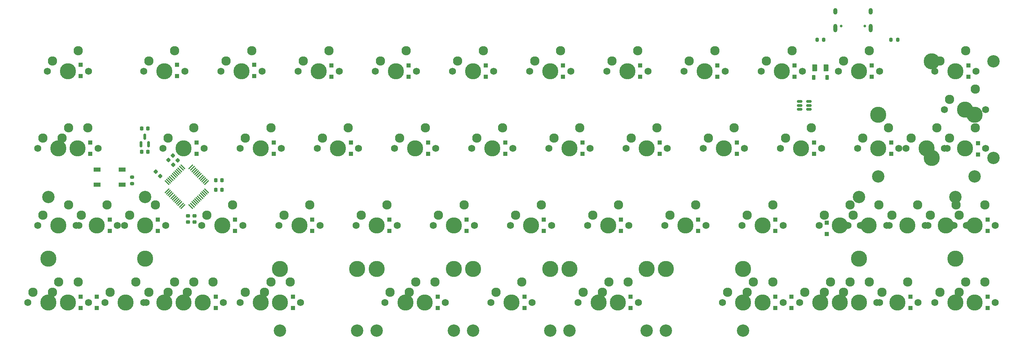
<source format=gbr>
%TF.GenerationSoftware,KiCad,Pcbnew,8.0.8*%
%TF.CreationDate,2025-02-11T12:31:48+01:00*%
%TF.ProjectId,forti rev 3,666f7274-6920-4726-9576-20332e6b6963,rev?*%
%TF.SameCoordinates,Original*%
%TF.FileFunction,Soldermask,Bot*%
%TF.FilePolarity,Negative*%
%FSLAX46Y46*%
G04 Gerber Fmt 4.6, Leading zero omitted, Abs format (unit mm)*
G04 Created by KiCad (PCBNEW 8.0.8) date 2025-02-11 12:31:48*
%MOMM*%
%LPD*%
G01*
G04 APERTURE LIST*
G04 Aperture macros list*
%AMRoundRect*
0 Rectangle with rounded corners*
0 $1 Rounding radius*
0 $2 $3 $4 $5 $6 $7 $8 $9 X,Y pos of 4 corners*
0 Add a 4 corners polygon primitive as box body*
4,1,4,$2,$3,$4,$5,$6,$7,$8,$9,$2,$3,0*
0 Add four circle primitives for the rounded corners*
1,1,$1+$1,$2,$3*
1,1,$1+$1,$4,$5*
1,1,$1+$1,$6,$7*
1,1,$1+$1,$8,$9*
0 Add four rect primitives between the rounded corners*
20,1,$1+$1,$2,$3,$4,$5,0*
20,1,$1+$1,$4,$5,$6,$7,0*
20,1,$1+$1,$6,$7,$8,$9,0*
20,1,$1+$1,$8,$9,$2,$3,0*%
G04 Aperture macros list end*
%ADD10C,3.987800*%
%ADD11C,3.048000*%
%ADD12C,0.650000*%
%ADD13O,1.000000X2.100000*%
%ADD14O,1.000000X1.600000*%
%ADD15C,1.750000*%
%ADD16C,2.300000*%
%ADD17RoundRect,0.250000X0.300000X-0.300000X0.300000X0.300000X-0.300000X0.300000X-0.300000X-0.300000X0*%
%ADD18RoundRect,0.200000X-0.200000X-0.275000X0.200000X-0.275000X0.200000X0.275000X-0.200000X0.275000X0*%
%ADD19RoundRect,0.200000X0.200000X0.275000X-0.200000X0.275000X-0.200000X-0.275000X0.200000X-0.275000X0*%
%ADD20R,1.800000X1.100000*%
%ADD21RoundRect,0.225000X-0.250000X0.225000X-0.250000X-0.225000X0.250000X-0.225000X0.250000X0.225000X0*%
%ADD22RoundRect,0.225000X0.335876X0.017678X0.017678X0.335876X-0.335876X-0.017678X-0.017678X-0.335876X0*%
%ADD23RoundRect,0.225000X0.225000X0.375000X-0.225000X0.375000X-0.225000X-0.375000X0.225000X-0.375000X0*%
%ADD24RoundRect,0.225000X-0.225000X-0.250000X0.225000X-0.250000X0.225000X0.250000X-0.225000X0.250000X0*%
%ADD25RoundRect,0.070000X0.521491X-0.422496X-0.422496X0.521491X-0.521491X0.422496X0.422496X-0.521491X0*%
%ADD26RoundRect,0.070000X0.521491X0.422496X0.422496X0.521491X-0.521491X-0.422496X-0.422496X-0.521491X0*%
%ADD27RoundRect,0.150000X0.150000X-0.587500X0.150000X0.587500X-0.150000X0.587500X-0.150000X-0.587500X0*%
%ADD28RoundRect,0.150000X-0.512500X-0.150000X0.512500X-0.150000X0.512500X0.150000X-0.512500X0.150000X0*%
%ADD29RoundRect,0.225000X0.225000X0.250000X-0.225000X0.250000X-0.225000X-0.250000X0.225000X-0.250000X0*%
%ADD30RoundRect,0.200000X0.275000X-0.200000X0.275000X0.200000X-0.275000X0.200000X-0.275000X-0.200000X0*%
%ADD31RoundRect,0.225000X0.017678X-0.335876X0.335876X-0.017678X-0.017678X0.335876X-0.335876X0.017678X0*%
%ADD32RoundRect,0.250000X-0.375000X-0.625000X0.375000X-0.625000X0.375000X0.625000X-0.375000X0.625000X0*%
G04 APERTURE END LIST*
D10*
%TO.C,ISO1*%
X253682500Y-38893750D03*
X253682500Y-62706250D03*
D11*
X268922500Y-38893750D03*
X268922500Y-62706250D03*
%TD*%
D12*
%TO.C,J1*%
X237159115Y-30137500D03*
X231379115Y-30137500D03*
D13*
X238589115Y-30667500D03*
D14*
X238589115Y-26487500D03*
D13*
X229949115Y-30667500D03*
D14*
X229949115Y-26487500D03*
%TD*%
D15*
%TO.C,MX51*%
X225901250Y-98425000D03*
D10*
X230981250Y-98425000D03*
D15*
X236061250Y-98425000D03*
D16*
X227171250Y-95885000D03*
X233521250Y-93345000D03*
%TD*%
D15*
%TO.C,MX23*%
X235426250Y-60325000D03*
D10*
X240506250Y-60325000D03*
D15*
X245586250Y-60325000D03*
D16*
X236696250Y-57785000D03*
X243046250Y-55245000D03*
%TD*%
D15*
%TO.C,MX55*%
X254476250Y-98425000D03*
D10*
X259556250Y-98425000D03*
D15*
X264636250Y-98425000D03*
D16*
X255746250Y-95885000D03*
X262096250Y-93345000D03*
%TD*%
D15*
%TO.C,MX43*%
X68738750Y-98425000D03*
D10*
X73818750Y-98425000D03*
D15*
X78898750Y-98425000D03*
D16*
X70008750Y-95885000D03*
X76358750Y-93345000D03*
%TD*%
D15*
%TO.C,MXshift2.1*%
X42545000Y-79375000D03*
D10*
X47625000Y-79375000D03*
D15*
X52705000Y-79375000D03*
D16*
X43815000Y-76835000D03*
X50165000Y-74295000D03*
%TD*%
D15*
%TO.C,MX27*%
X73501250Y-79375000D03*
D10*
X78581250Y-79375000D03*
D15*
X83661250Y-79375000D03*
D16*
X74771250Y-76835000D03*
X81121250Y-74295000D03*
%TD*%
D15*
%TO.C,MX11*%
X230663750Y-41275000D03*
D10*
X235743750Y-41275000D03*
D15*
X240823750Y-41275000D03*
D16*
X231933750Y-38735000D03*
X238283750Y-36195000D03*
%TD*%
D15*
%TO.C,MX46*%
X83026250Y-98425000D03*
D10*
X88106250Y-98425000D03*
D15*
X93186250Y-98425000D03*
D16*
X84296250Y-95885000D03*
X90646250Y-93345000D03*
%TD*%
D15*
%TO.C,MXenter2.1*%
X247332500Y-60325000D03*
D10*
X252412500Y-60325000D03*
D15*
X257492500Y-60325000D03*
D16*
X248602500Y-57785000D03*
X254952500Y-55245000D03*
%TD*%
D11*
%TO.C,S2*%
X207168750Y-105410000D03*
D10*
X207168750Y-90170000D03*
D11*
X92868750Y-105410000D03*
D10*
X92868750Y-90170000D03*
%TD*%
D15*
%TO.C,MX49*%
X206851250Y-98425000D03*
D10*
X211931250Y-98425000D03*
D15*
X217011250Y-98425000D03*
D16*
X208121250Y-95885000D03*
X214471250Y-93345000D03*
%TD*%
D15*
%TO.C,MX31*%
X149701250Y-79375000D03*
D10*
X154781250Y-79375000D03*
D15*
X159861250Y-79375000D03*
D16*
X150971250Y-76835000D03*
X157321250Y-74295000D03*
%TD*%
D15*
%TO.C,MX16*%
X102076250Y-60325000D03*
D10*
X107156250Y-60325000D03*
D15*
X112236250Y-60325000D03*
D16*
X103346250Y-57785000D03*
X109696250Y-55245000D03*
%TD*%
D15*
%TO.C,MX38*%
X259238750Y-79375000D03*
D10*
X264318750Y-79375000D03*
D15*
X269398750Y-79375000D03*
D16*
X260508750Y-76835000D03*
X266858750Y-74295000D03*
%TD*%
D15*
%TO.C,MX35*%
X225901250Y-79375000D03*
D10*
X230981250Y-79375000D03*
D15*
X236061250Y-79375000D03*
D16*
X227171250Y-76835000D03*
X233521250Y-74295000D03*
%TD*%
D15*
%TO.C,MXsplit2.75(1)1*%
X166370000Y-98425000D03*
D10*
X171450000Y-98425000D03*
D15*
X176530000Y-98425000D03*
D16*
X167640000Y-95885000D03*
X173990000Y-93345000D03*
%TD*%
D11*
%TO.C,shift2.2*%
X35718750Y-72390000D03*
D10*
X35718750Y-87630000D03*
D11*
X59531250Y-72390000D03*
D10*
X59531250Y-87630000D03*
%TD*%
D15*
%TO.C,MX8*%
X173513750Y-41275000D03*
D10*
X178593750Y-41275000D03*
D15*
X183673750Y-41275000D03*
D16*
X174783750Y-38735000D03*
X181133750Y-36195000D03*
%TD*%
D15*
%TO.C,MX13*%
X37782500Y-60325000D03*
D10*
X42862500Y-60325000D03*
D15*
X47942500Y-60325000D03*
D16*
X39052500Y-57785000D03*
X45402500Y-55245000D03*
%TD*%
D15*
%TO.C,MX32*%
X168751250Y-79375000D03*
D10*
X173831250Y-79375000D03*
D15*
X178911250Y-79375000D03*
D16*
X170021250Y-76835000D03*
X176371250Y-74295000D03*
%TD*%
D15*
%TO.C,MXISO1*%
X256857500Y-50800000D03*
D10*
X261937500Y-50800000D03*
D15*
X267017500Y-50800000D03*
D16*
X258127500Y-48260000D03*
X264477500Y-45720000D03*
%TD*%
D15*
%TO.C,MX21*%
X197326250Y-60325000D03*
D10*
X202406250Y-60325000D03*
D15*
X207486250Y-60325000D03*
D16*
X198596250Y-57785000D03*
X204946250Y-55245000D03*
%TD*%
D15*
%TO.C,MXsplit2.1*%
X123507500Y-98425000D03*
D10*
X128587500Y-98425000D03*
D15*
X133667500Y-98425000D03*
D16*
X124777500Y-95885000D03*
X131127500Y-93345000D03*
%TD*%
D15*
%TO.C,MX4*%
X97313750Y-41275000D03*
D10*
X102393750Y-41275000D03*
D15*
X107473750Y-41275000D03*
D16*
X98583750Y-38735000D03*
X104933750Y-36195000D03*
%TD*%
D15*
%TO.C,MX45*%
X87788750Y-98425000D03*
D10*
X92868750Y-98425000D03*
D15*
X97948750Y-98425000D03*
D16*
X89058750Y-95885000D03*
X95408750Y-93345000D03*
%TD*%
D15*
%TO.C,MX30*%
X130651250Y-79375000D03*
D10*
X135731250Y-79375000D03*
D15*
X140811250Y-79375000D03*
D16*
X131921250Y-76835000D03*
X138271250Y-74295000D03*
%TD*%
D15*
%TO.C,MX1*%
X35401250Y-41275000D03*
D10*
X40481250Y-41275000D03*
D15*
X45561250Y-41275000D03*
D16*
X36671250Y-38735000D03*
X43021250Y-36195000D03*
%TD*%
D15*
%TO.C,MX34*%
X206851250Y-79375000D03*
D10*
X211931250Y-79375000D03*
D15*
X217011250Y-79375000D03*
D16*
X208121250Y-76835000D03*
X214471250Y-74295000D03*
%TD*%
D15*
%TO.C,MX25*%
X33020000Y-79375000D03*
D10*
X38100000Y-79375000D03*
D15*
X43180000Y-79375000D03*
D16*
X34290000Y-76835000D03*
X40640000Y-74295000D03*
%TD*%
D11*
%TO.C,enter2.1*%
X264318750Y-67310000D03*
D10*
X264318750Y-52070000D03*
D11*
X240506250Y-67310000D03*
D10*
X240506250Y-52070000D03*
%TD*%
D15*
%TO.C,MX29*%
X111601250Y-79375000D03*
D10*
X116681250Y-79375000D03*
D15*
X121761250Y-79375000D03*
D16*
X112871250Y-76835000D03*
X119221250Y-74295000D03*
%TD*%
D15*
%TO.C,MX53*%
X230663750Y-98425000D03*
D10*
X235743750Y-98425000D03*
D15*
X240823750Y-98425000D03*
D16*
X231933750Y-95885000D03*
X238283750Y-93345000D03*
%TD*%
D15*
%TO.C,MX22*%
X216376250Y-60325000D03*
D10*
X221456250Y-60325000D03*
D15*
X226536250Y-60325000D03*
D16*
X217646250Y-57785000D03*
X223996250Y-55245000D03*
%TD*%
D15*
%TO.C,MX17*%
X121126250Y-60325000D03*
D10*
X126206250Y-60325000D03*
D15*
X131286250Y-60325000D03*
D16*
X122396250Y-57785000D03*
X128746250Y-55245000D03*
%TD*%
D15*
%TO.C,MX47*%
X144938750Y-98425000D03*
D10*
X150018750Y-98425000D03*
D15*
X155098750Y-98425000D03*
D16*
X146208750Y-95885000D03*
X152558750Y-93345000D03*
%TD*%
D11*
%TO.C,S1*%
X135731250Y-105410000D03*
D10*
X135731250Y-90170000D03*
D11*
X111918750Y-105410000D03*
D10*
X111918750Y-90170000D03*
%TD*%
D15*
%TO.C,MX44*%
X63976250Y-98425000D03*
D10*
X69056250Y-98425000D03*
D15*
X74136250Y-98425000D03*
D16*
X65246250Y-95885000D03*
X71596250Y-93345000D03*
%TD*%
D15*
%TO.C,MX36*%
X233045000Y-79375000D03*
D10*
X238125000Y-79375000D03*
D15*
X243205000Y-79375000D03*
D16*
X234315000Y-76835000D03*
X240665000Y-74295000D03*
%TD*%
D15*
%TO.C,MX26*%
X54451250Y-79375000D03*
D10*
X59531250Y-79375000D03*
D15*
X64611250Y-79375000D03*
D16*
X55721250Y-76835000D03*
X62071250Y-74295000D03*
%TD*%
D15*
%TO.C,MX3*%
X78263750Y-41275000D03*
D10*
X83343750Y-41275000D03*
D15*
X88423750Y-41275000D03*
D16*
X79533750Y-38735000D03*
X85883750Y-36195000D03*
%TD*%
D11*
%TO.C,S4*%
X188118750Y-105410000D03*
D10*
X188118750Y-90170000D03*
D11*
X164306250Y-105410000D03*
D10*
X164306250Y-90170000D03*
%TD*%
D15*
%TO.C,MX37*%
X252095000Y-79375000D03*
D10*
X257175000Y-79375000D03*
D15*
X262255000Y-79375000D03*
D16*
X253365000Y-76835000D03*
X259715000Y-74295000D03*
%TD*%
D15*
%TO.C,MX24*%
X256857500Y-60325000D03*
D10*
X261937500Y-60325000D03*
D15*
X267017500Y-60325000D03*
D16*
X258127500Y-57785000D03*
X264477500Y-55245000D03*
%TD*%
D11*
%TO.C,S3*%
X183356250Y-105410000D03*
D10*
X183356250Y-90170000D03*
D11*
X159543750Y-105410000D03*
D10*
X159543750Y-90170000D03*
%TD*%
D15*
%TO.C,MX42*%
X59213750Y-98425000D03*
D10*
X64293750Y-98425000D03*
D15*
X69373750Y-98425000D03*
D16*
X60483750Y-95885000D03*
X66833750Y-93345000D03*
%TD*%
D15*
%TO.C,MX33*%
X187801250Y-79375000D03*
D10*
X192881250Y-79375000D03*
D15*
X197961250Y-79375000D03*
D16*
X189071250Y-76835000D03*
X195421250Y-74295000D03*
%TD*%
D15*
%TO.C,MX5*%
X116363750Y-41275000D03*
D10*
X121443750Y-41275000D03*
D15*
X126523750Y-41275000D03*
D16*
X117633750Y-38735000D03*
X123983750Y-36195000D03*
%TD*%
D15*
%TO.C,MX50*%
X221138750Y-98425000D03*
D10*
X226218750Y-98425000D03*
D15*
X231298750Y-98425000D03*
D16*
X222408750Y-95885000D03*
X228758750Y-93345000D03*
%TD*%
D11*
%TO.C,S5*%
X140493750Y-105410000D03*
D10*
X140493750Y-90170000D03*
D11*
X116681250Y-105410000D03*
D10*
X116681250Y-90170000D03*
%TD*%
D15*
%TO.C,MXsplit2.25(1)1*%
X118745000Y-98425000D03*
D10*
X123825000Y-98425000D03*
D15*
X128905000Y-98425000D03*
D16*
X120015000Y-95885000D03*
X126365000Y-93345000D03*
%TD*%
D15*
%TO.C,MX28*%
X92551250Y-79375000D03*
D10*
X97631250Y-79375000D03*
D15*
X102711250Y-79375000D03*
D16*
X93821250Y-76835000D03*
X100171250Y-74295000D03*
%TD*%
D15*
%TO.C,MX18*%
X140176250Y-60325000D03*
D10*
X145256250Y-60325000D03*
D15*
X150336250Y-60325000D03*
D16*
X141446250Y-57785000D03*
X147796250Y-55245000D03*
%TD*%
D15*
%TO.C,MXcaps1*%
X33020000Y-60325000D03*
D10*
X38100000Y-60325000D03*
D15*
X43180000Y-60325000D03*
D16*
X34290000Y-57785000D03*
X40640000Y-55245000D03*
%TD*%
D15*
%TO.C,MX40*%
X35401250Y-98425000D03*
D10*
X40481250Y-98425000D03*
D15*
X45561250Y-98425000D03*
D16*
X36671250Y-95885000D03*
X43021250Y-93345000D03*
%TD*%
D15*
%TO.C,MX15*%
X83026250Y-60325000D03*
D10*
X88106250Y-60325000D03*
D15*
X93186250Y-60325000D03*
D16*
X84296250Y-57785000D03*
X90646250Y-55245000D03*
%TD*%
D15*
%TO.C,MX54*%
X259238750Y-98425000D03*
D10*
X264318750Y-98425000D03*
D15*
X269398750Y-98425000D03*
D16*
X260508750Y-95885000D03*
X266858750Y-93345000D03*
%TD*%
D15*
%TO.C,MX39*%
X30638750Y-98425000D03*
D10*
X35718750Y-98425000D03*
D15*
X40798750Y-98425000D03*
D16*
X31908750Y-95885000D03*
X38258750Y-93345000D03*
%TD*%
D11*
%TO.C,shift2.1*%
X235743750Y-72390000D03*
D10*
X235743750Y-87630000D03*
D11*
X259556250Y-72390000D03*
D10*
X259556250Y-87630000D03*
%TD*%
D15*
%TO.C,MX10*%
X211613750Y-41275000D03*
D10*
X216693750Y-41275000D03*
D15*
X221773750Y-41275000D03*
D16*
X212883750Y-38735000D03*
X219233750Y-36195000D03*
%TD*%
D15*
%TO.C,MX9*%
X192563750Y-41275000D03*
D10*
X197643750Y-41275000D03*
D15*
X202723750Y-41275000D03*
D16*
X193833750Y-38735000D03*
X200183750Y-36195000D03*
%TD*%
D15*
%TO.C,MX52*%
X240188750Y-98425000D03*
D10*
X245268750Y-98425000D03*
D15*
X250348750Y-98425000D03*
D16*
X241458750Y-95885000D03*
X247808750Y-93345000D03*
%TD*%
D15*
%TO.C,MX20*%
X178276250Y-60325000D03*
D10*
X183356250Y-60325000D03*
D15*
X188436250Y-60325000D03*
D16*
X179546250Y-57785000D03*
X185896250Y-55245000D03*
%TD*%
D15*
%TO.C,MX6*%
X135413750Y-41275000D03*
D10*
X140493750Y-41275000D03*
D15*
X145573750Y-41275000D03*
D16*
X136683750Y-38735000D03*
X143033750Y-36195000D03*
%TD*%
D15*
%TO.C,MXshift2.2*%
X242570000Y-79375000D03*
D10*
X247650000Y-79375000D03*
D15*
X252730000Y-79375000D03*
D16*
X243840000Y-76835000D03*
X250190000Y-74295000D03*
%TD*%
D15*
%TO.C,MX12*%
X254476250Y-41275000D03*
D10*
X259556250Y-41275000D03*
D15*
X264636250Y-41275000D03*
D16*
X255746250Y-38735000D03*
X262096250Y-36195000D03*
%TD*%
D15*
%TO.C,MX19*%
X159226250Y-60325000D03*
D10*
X164306250Y-60325000D03*
D15*
X169386250Y-60325000D03*
D16*
X160496250Y-57785000D03*
X166846250Y-55245000D03*
%TD*%
D15*
%TO.C,MXsplit2.2*%
X171132500Y-98425000D03*
D10*
X176212500Y-98425000D03*
D15*
X181292500Y-98425000D03*
D16*
X172402500Y-95885000D03*
X178752500Y-93345000D03*
%TD*%
D15*
%TO.C,MX7*%
X154463750Y-41275000D03*
D10*
X159543750Y-41275000D03*
D15*
X164623750Y-41275000D03*
D16*
X155733750Y-38735000D03*
X162083750Y-36195000D03*
%TD*%
D15*
%TO.C,MX14*%
X63976250Y-60325000D03*
D10*
X69056250Y-60325000D03*
D15*
X74136250Y-60325000D03*
D16*
X65246250Y-57785000D03*
X71596250Y-55245000D03*
%TD*%
D15*
%TO.C,MX48*%
X202088750Y-98425000D03*
D10*
X207168750Y-98425000D03*
D15*
X212248750Y-98425000D03*
D16*
X203358750Y-95885000D03*
X209708750Y-93345000D03*
%TD*%
D15*
%TO.C,MX41*%
X49688750Y-98425000D03*
D10*
X54768750Y-98425000D03*
D15*
X59848750Y-98425000D03*
D16*
X50958750Y-95885000D03*
X57308750Y-93345000D03*
%TD*%
D15*
%TO.C,MX2*%
X59213750Y-41275000D03*
D10*
X64293750Y-41275000D03*
D15*
X69373750Y-41275000D03*
D16*
X60483750Y-38735000D03*
X66833750Y-36195000D03*
%TD*%
D17*
%TO.C,D29*%
X119856250Y-80775000D03*
X119856250Y-77975000D03*
%TD*%
%TO.C,D36*%
X267493750Y-80775000D03*
X267493750Y-77975000D03*
%TD*%
%TO.C,D13*%
X46037500Y-61725000D03*
X46037500Y-58925000D03*
%TD*%
%TO.C,D41*%
X131762500Y-99825000D03*
X131762500Y-97025000D03*
%TD*%
%TO.C,D20*%
X186531250Y-61725000D03*
X186531250Y-58925000D03*
%TD*%
%TO.C,D26*%
X62706250Y-80775000D03*
X62706250Y-77975000D03*
%TD*%
D18*
%TO.C,R1*%
X243650000Y-33537500D03*
X245300000Y-33537500D03*
%TD*%
D17*
%TO.C,D22*%
X224631250Y-61725000D03*
X224631250Y-58925000D03*
%TD*%
%TO.C,D32*%
X177006250Y-80775000D03*
X177006250Y-77975000D03*
%TD*%
D19*
%TO.C,R2*%
X227043750Y-33537500D03*
X225393750Y-33537500D03*
%TD*%
D17*
%TO.C,D15*%
X91281250Y-61725000D03*
X91281250Y-58925000D03*
%TD*%
%TO.C,D40*%
X96043750Y-99825000D03*
X96043750Y-97025000D03*
%TD*%
%TO.C,D31*%
X157956250Y-80775000D03*
X157956250Y-77975000D03*
%TD*%
%TO.C,D21*%
X205581250Y-61725000D03*
X205581250Y-58925000D03*
%TD*%
%TO.C,D4*%
X105568750Y-42675000D03*
X105568750Y-39875000D03*
%TD*%
%TO.C,D9*%
X200818750Y-42675000D03*
X200818750Y-39875000D03*
%TD*%
%TO.C,D34*%
X215106250Y-80775000D03*
X215106250Y-77975000D03*
%TD*%
%TO.C,D24*%
X265112500Y-61912500D03*
X265112500Y-59112500D03*
%TD*%
%TO.C,D27*%
X81756250Y-80775000D03*
X81756250Y-77975000D03*
%TD*%
%TO.C,D16*%
X110331250Y-61725000D03*
X110331250Y-58925000D03*
%TD*%
%TO.C,D3*%
X86518750Y-42487500D03*
X86518750Y-39687500D03*
%TD*%
%TO.C,D42*%
X153193750Y-99825000D03*
X153193750Y-97025000D03*
%TD*%
%TO.C,D28*%
X100806250Y-80775000D03*
X100806250Y-77975000D03*
%TD*%
D20*
%TO.C,SW1*%
X53900000Y-65618750D03*
X47700000Y-65618750D03*
X53900000Y-69318750D03*
X47700000Y-69318750D03*
%TD*%
D17*
%TO.C,D10*%
X219868750Y-42675000D03*
X219868750Y-39875000D03*
%TD*%
D21*
%TO.C,C7*%
X70105094Y-77012500D03*
X70105094Y-78562500D03*
%TD*%
D22*
%TO.C,C4*%
X63254258Y-67223008D03*
X62158242Y-66126992D03*
%TD*%
D23*
%TO.C,D_PWR1*%
X227868750Y-42862500D03*
X224568750Y-42862500D03*
%TD*%
D17*
%TO.C,D38*%
X47625000Y-99825000D03*
X47625000Y-97025000D03*
%TD*%
%TO.C,D44*%
X215106250Y-99825000D03*
X215106250Y-97025000D03*
%TD*%
%TO.C,D2*%
X67468750Y-42487500D03*
X67468750Y-39687500D03*
%TD*%
D24*
%TO.C,C8*%
X77012500Y-70643750D03*
X78562500Y-70643750D03*
%TD*%
D17*
%TO.C,D23*%
X243681250Y-61725000D03*
X243681250Y-58925000D03*
%TD*%
%TO.C,D1*%
X43656250Y-42487500D03*
X43656250Y-39687500D03*
%TD*%
%TO.C,D39*%
X76993750Y-99825000D03*
X76993750Y-97025000D03*
%TD*%
%TO.C,D30*%
X138906250Y-80775000D03*
X138906250Y-77975000D03*
%TD*%
D25*
%TO.C,U2*%
X74737876Y-70848788D03*
X74384322Y-71202342D03*
X74030769Y-71555895D03*
X73677215Y-71909449D03*
X73323662Y-72263002D03*
X72970109Y-72616555D03*
X72616555Y-72970109D03*
X72263002Y-73323662D03*
X71909449Y-73677215D03*
X71555895Y-74030769D03*
X71202342Y-74384322D03*
X70848788Y-74737876D03*
D26*
X68851212Y-74737876D03*
X68497658Y-74384322D03*
X68144105Y-74030769D03*
X67790551Y-73677215D03*
X67436998Y-73323662D03*
X67083445Y-72970109D03*
X66729891Y-72616555D03*
X66376338Y-72263002D03*
X66022785Y-71909449D03*
X65669231Y-71555895D03*
X65315678Y-71202342D03*
X64962124Y-70848788D03*
D25*
X64962124Y-68851212D03*
X65315678Y-68497658D03*
X65669231Y-68144105D03*
X66022785Y-67790551D03*
X66376338Y-67436998D03*
X66729891Y-67083445D03*
X67083445Y-66729891D03*
X67436998Y-66376338D03*
X67790551Y-66022785D03*
X68144105Y-65669231D03*
X68497658Y-65315678D03*
X68851212Y-64962124D03*
D26*
X70848788Y-64962124D03*
X71202342Y-65315678D03*
X71555895Y-65669231D03*
X71909449Y-66022785D03*
X72263002Y-66376338D03*
X72616555Y-66729891D03*
X72970109Y-67083445D03*
X73323662Y-67436998D03*
X73677215Y-67790551D03*
X74030769Y-68144105D03*
X74384322Y-68497658D03*
X74737876Y-68851212D03*
%TD*%
D17*
%TO.C,D8*%
X181768750Y-42675000D03*
X181768750Y-39875000D03*
%TD*%
D27*
%TO.C,U3*%
X60440000Y-59357500D03*
X58540000Y-59357500D03*
X59490000Y-57482500D03*
%TD*%
D17*
%TO.C,D11*%
X238918750Y-42675000D03*
X238918750Y-39875000D03*
%TD*%
%TO.C,D25*%
X50800000Y-80775000D03*
X50800000Y-77975000D03*
%TD*%
%TO.C,D35*%
X227806250Y-81568750D03*
X227806250Y-78768750D03*
%TD*%
%TO.C,D12*%
X262731250Y-42675000D03*
X262731250Y-39875000D03*
%TD*%
%TO.C,D6*%
X143668750Y-42675000D03*
X143668750Y-39875000D03*
%TD*%
D28*
%TO.C,U1*%
X221118613Y-50692270D03*
X221118613Y-49742270D03*
X221118613Y-48792270D03*
X223393613Y-48792270D03*
X223393613Y-49742270D03*
X223393613Y-50692270D03*
%TD*%
D17*
%TO.C,D17*%
X129381250Y-61725000D03*
X129381250Y-58925000D03*
%TD*%
%TO.C,D7*%
X162718750Y-42675000D03*
X162718750Y-39875000D03*
%TD*%
D29*
%TO.C,C2*%
X60265808Y-61249873D03*
X58715808Y-61249873D03*
%TD*%
D17*
%TO.C,D5*%
X124618750Y-42675000D03*
X124618750Y-39875000D03*
%TD*%
%TO.C,D18*%
X148431250Y-61725000D03*
X148431250Y-58925000D03*
%TD*%
D30*
%TO.C,R3*%
X56356250Y-69087500D03*
X56356250Y-67437500D03*
%TD*%
D17*
%TO.C,D45*%
X219075000Y-99825000D03*
X219075000Y-97025000D03*
%TD*%
D31*
%TO.C,C5*%
X66494471Y-64398395D03*
X67590487Y-63302379D03*
%TD*%
D17*
%TO.C,D14*%
X72231250Y-61725000D03*
X72231250Y-58925000D03*
%TD*%
D32*
%TO.C,F1*%
X224818750Y-40481250D03*
X227618750Y-40481250D03*
%TD*%
D17*
%TO.C,D47*%
X267493750Y-99825000D03*
X267493750Y-97025000D03*
%TD*%
D21*
%TO.C,C9*%
X71737281Y-77025116D03*
X71737281Y-78575116D03*
%TD*%
D17*
%TO.C,D46*%
X248443750Y-99825000D03*
X248443750Y-97025000D03*
%TD*%
%TO.C,D33*%
X196056250Y-80775000D03*
X196056250Y-77975000D03*
%TD*%
%TO.C,D43*%
X179387500Y-99825000D03*
X179387500Y-97025000D03*
%TD*%
%TO.C,D19*%
X167481250Y-61725000D03*
X167481250Y-58925000D03*
%TD*%
%TO.C,D37*%
X43656250Y-99825000D03*
X43656250Y-97025000D03*
%TD*%
D29*
%TO.C,C1*%
X60265000Y-55457500D03*
X58715000Y-55457500D03*
%TD*%
D24*
%TO.C,C6*%
X77012500Y-68281250D03*
X78562500Y-68281250D03*
%TD*%
D31*
%TO.C,C3*%
X65336300Y-63265551D03*
X66432316Y-62169535D03*
%TD*%
M02*

</source>
